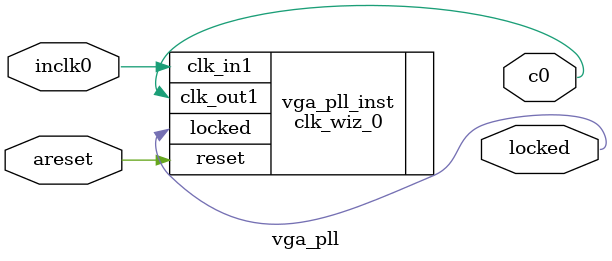
<source format=v>
`timescale 1ns / 1ps
`timescale 1ps / 1ps
//ËøÏà»·Çý¶¯½«ÊäÈëµÄ100MHZÊ±ÖÓ±äÎª25MHZµÄVGAÊäÈë
module vga_pll (
    input       areset,
    input       inclk0,
    output      c0,
    output      locked
);

// Xilinx Ê±ÖÓÔ­ÓïÊµÀý»¯
clk_wiz_0 vga_pll_inst
(
    .reset(areset),         // Òì²½¸´Î»£¬¸ßÓÐÐ§
    .clk_in1(inclk0),       // ÊäÈëÊ±ÖÓ (100MHz)
    .clk_out1(c0),          // Êä³öÊ±ÖÓ (25MHz)
    .locked(locked)         // PLLËø¶¨ÐÅºÅ
);

endmodule
</source>
